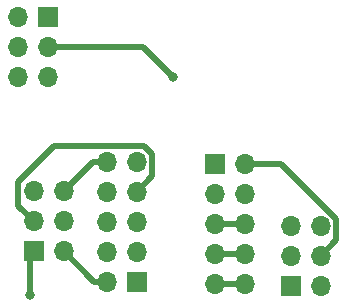
<source format=gbr>
%TF.GenerationSoftware,KiCad,Pcbnew,(6.0.0)*%
%TF.CreationDate,2022-04-27T09:06:16-05:00*%
%TF.ProjectId,adapters,61646170-7465-4727-932e-6b696361645f,rev?*%
%TF.SameCoordinates,Original*%
%TF.FileFunction,Copper,L2,Bot*%
%TF.FilePolarity,Positive*%
%FSLAX46Y46*%
G04 Gerber Fmt 4.6, Leading zero omitted, Abs format (unit mm)*
G04 Created by KiCad (PCBNEW (6.0.0)) date 2022-04-27 09:06:16*
%MOMM*%
%LPD*%
G01*
G04 APERTURE LIST*
%TA.AperFunction,ComponentPad*%
%ADD10R,1.700000X1.700000*%
%TD*%
%TA.AperFunction,ComponentPad*%
%ADD11O,1.700000X1.700000*%
%TD*%
%TA.AperFunction,ViaPad*%
%ADD12C,0.800000*%
%TD*%
%TA.AperFunction,Conductor*%
%ADD13C,0.500000*%
%TD*%
G04 APERTURE END LIST*
D10*
%TO.P,J4,1,Pin_1*%
%TO.N,AVR MOSI*%
X25825489Y-36969239D03*
D11*
%TO.P,J4,2,Pin_2*%
%TO.N,AVR VCC*%
X23285489Y-36969239D03*
%TO.P,J4,3,Pin_3*%
%TO.N,unconnected-(J4-Pad3)*%
X25825489Y-34429239D03*
%TO.P,J4,4,Pin_4*%
%TO.N,unconnected-(J4-Pad4)*%
X23285489Y-34429239D03*
%TO.P,J4,5,Pin_5*%
%TO.N,AVR RST*%
X25825489Y-31889239D03*
%TO.P,J4,6,Pin_6*%
%TO.N,unconnected-(J4-Pad6)*%
X23285489Y-31889239D03*
%TO.P,J4,7,Pin_7*%
%TO.N,AVR SCK*%
X25825489Y-29349239D03*
%TO.P,J4,8,Pin_8*%
%TO.N,unconnected-(J4-Pad8)*%
X23285489Y-29349239D03*
%TO.P,J4,9,Pin_9*%
%TO.N,AVR MISO*%
X25825489Y-26809239D03*
%TO.P,J4,10,Pin_10*%
%TO.N,AVR GND*%
X23285489Y-26809239D03*
%TD*%
D10*
%TO.P,J6,1,Pin_1*%
%TO.N,ST RST*%
X32460000Y-27000000D03*
D11*
%TO.P,J6,2,Pin_2*%
%TO.N,ST SWCLK*%
X35000000Y-27000000D03*
%TO.P,J6,3,Pin_3*%
%TO.N,ST SWTIM*%
X32460000Y-29540000D03*
%TO.P,J6,4,Pin_4*%
%TO.N,ST SWDIO*%
X35000000Y-29540000D03*
%TO.P,J6,5,Pin_5*%
%TO.N,ST GND*%
X32460000Y-32080000D03*
%TO.P,J6,6,Pin_6*%
X35000000Y-32080000D03*
%TO.P,J6,7,Pin_7*%
%TO.N,ST 3.3V*%
X32460000Y-34620000D03*
%TO.P,J6,8,Pin_8*%
X35000000Y-34620000D03*
%TO.P,J6,9,Pin_9*%
%TO.N,ST 5.5V*%
X32460000Y-37160000D03*
%TO.P,J6,10,Pin_10*%
X35000000Y-37160000D03*
%TD*%
D10*
%TO.P,J5,1,Pin_1*%
%TO.N,ST 3.3V*%
X38866250Y-37318750D03*
D11*
%TO.P,J5,2,Pin_2*%
%TO.N,ST SWDIO*%
X41406250Y-37318750D03*
%TO.P,J5,3,Pin_3*%
%TO.N,unconnected-(J5-Pad3)*%
X38866250Y-34778750D03*
%TO.P,J5,4,Pin_4*%
%TO.N,ST SWCLK*%
X41406250Y-34778750D03*
%TO.P,J5,5,Pin_5*%
%TO.N,ST GND*%
X38866250Y-32238750D03*
%TO.P,J5,6,Pin_6*%
%TO.N,unconnected-(J5-Pad6)*%
X41406250Y-32238750D03*
%TD*%
D10*
%TO.P,J3,1,Pin_1*%
%TO.N,AVR MISO*%
X17094239Y-34419239D03*
D11*
%TO.P,J3,2,Pin_2*%
%TO.N,AVR VCC*%
X19634239Y-34419239D03*
%TO.P,J3,3,Pin_3*%
%TO.N,AVR SCK*%
X17094239Y-31879239D03*
%TO.P,J3,4,Pin_4*%
%TO.N,AVR MOSI*%
X19634239Y-31879239D03*
%TO.P,J3,5,Pin_5*%
%TO.N,AVR RST*%
X17094239Y-29339239D03*
%TO.P,J3,6,Pin_6*%
%TO.N,AVR GND*%
X19634239Y-29339239D03*
%TD*%
D10*
%TO.P,J1,1,Pin_1*%
%TO.N,JTAG-V*%
X18341250Y-14607500D03*
D11*
%TO.P,J1,2,Pin_2*%
%TO.N,JTAG SWDIO*%
X15801250Y-14607500D03*
%TO.P,J1,3,Pin_3*%
%TO.N,JTAG nRESET*%
X18341250Y-17147500D03*
%TO.P,J1,4,Pin_4*%
%TO.N,JTAG SWDCLK*%
X15801250Y-17147500D03*
%TO.P,J1,5,Pin_5*%
%TO.N,JTAG GND*%
X18341250Y-19687500D03*
%TO.P,J1,6,Pin_6*%
%TO.N,JTAG SWO*%
X15801250Y-19687500D03*
%TD*%
D12*
%TO.N,JTAG nRESET*%
X28880000Y-19672500D03*
%TO.N,AVR MISO*%
X16806250Y-38100000D03*
%TD*%
D13*
%TO.N,JTAG nRESET*%
X26355000Y-17147500D02*
X28880000Y-19672500D01*
X18341250Y-17147500D02*
X26355000Y-17147500D01*
%TO.N,AVR MISO*%
X16806250Y-38100000D02*
X16806250Y-34707228D01*
X16806250Y-34707228D02*
X17094239Y-34419239D01*
%TO.N,AVR VCC*%
X23285489Y-36969239D02*
X22184239Y-36969239D01*
X22184239Y-36969239D02*
X19634239Y-34419239D01*
%TO.N,AVR SCK*%
X18860000Y-25509728D02*
X26440978Y-25509728D01*
X26440978Y-25509728D02*
X27125000Y-26193750D01*
X27125000Y-26193750D02*
X27125000Y-28049728D01*
X15794728Y-28575000D02*
X18860000Y-25509728D01*
X15794728Y-30579728D02*
X15794728Y-28575000D01*
X17094239Y-31879239D02*
X15794728Y-30579728D01*
X27125000Y-28049728D02*
X25825489Y-29349239D01*
%TO.N,AVR GND*%
X23285489Y-26809239D02*
X22164239Y-26809239D01*
X22164239Y-26809239D02*
X19634239Y-29339239D01*
%TO.N,ST 3.3V*%
X32460000Y-34620000D02*
X35000000Y-34620000D01*
%TO.N,ST SWCLK*%
X38005287Y-27000000D02*
X42705761Y-31700474D01*
X42705761Y-31700474D02*
X42705761Y-33479239D01*
X42705761Y-33479239D02*
X41406250Y-34778750D01*
X35000000Y-27000000D02*
X38005287Y-27000000D01*
%TO.N,ST GND*%
X35000000Y-32080000D02*
X32460000Y-32080000D01*
%TO.N,ST 5.5V*%
X32460000Y-37160000D02*
X35000000Y-37160000D01*
%TD*%
M02*

</source>
